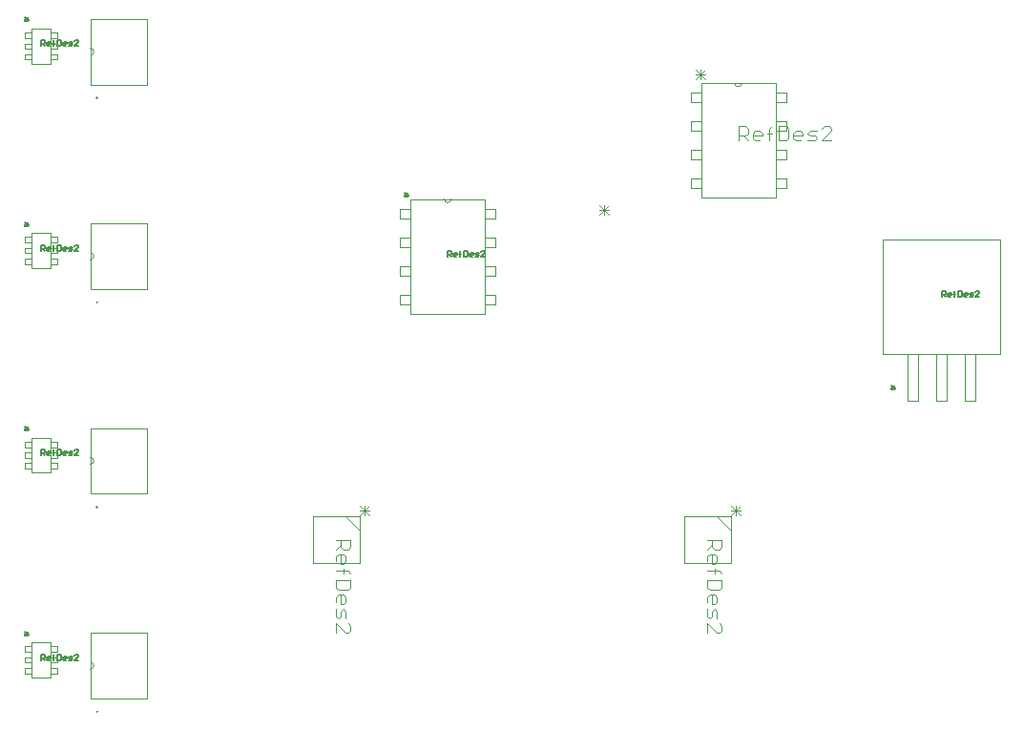
<source format=gm1>
G04 Layer_Color=16711935*
%FSLAX25Y25*%
%MOIN*%
G70*
G01*
G75*
%ADD41C,0.00500*%
%ADD44C,0.00300*%
%ADD73C,0.00000*%
D41*
X57900Y262456D02*
X59233Y261123D01*
X57900D02*
X59233Y262456D01*
X57900Y261790D02*
X59233D01*
X58566Y261123D02*
Y262456D01*
X63500Y252500D02*
Y254499D01*
X64500D01*
X64833Y254166D01*
Y253500D01*
X64500Y253166D01*
X63500D01*
X64166D02*
X64833Y252500D01*
X66499D02*
X65833D01*
X65499Y252833D01*
Y253500D01*
X65833Y253833D01*
X66499D01*
X66832Y253500D01*
Y253166D01*
X65499D01*
X67832Y252500D02*
Y254166D01*
Y253500D01*
X67499D01*
X68165D01*
X67832D01*
Y254166D01*
X68165Y254499D01*
X69165D02*
Y252500D01*
X70165D01*
X70498Y252833D01*
Y254166D01*
X70165Y254499D01*
X69165D01*
X72164Y252500D02*
X71497D01*
X71164Y252833D01*
Y253500D01*
X71497Y253833D01*
X72164D01*
X72497Y253500D01*
Y253166D01*
X71164D01*
X73163Y252500D02*
X74163D01*
X74496Y252833D01*
X74163Y253166D01*
X73497D01*
X73163Y253500D01*
X73497Y253833D01*
X74496D01*
X76496Y252500D02*
X75163D01*
X76496Y253833D01*
Y254166D01*
X76163Y254499D01*
X75496D01*
X75163Y254166D01*
X360500Y134066D02*
X361833Y132733D01*
X360500D02*
X361833Y134066D01*
X360500Y133400D02*
X361833D01*
X361166Y132733D02*
Y134066D01*
X378000Y165000D02*
Y166999D01*
X379000D01*
X379333Y166666D01*
Y166000D01*
X379000Y165666D01*
X378000D01*
X378666D02*
X379333Y165000D01*
X380999D02*
X380333D01*
X379999Y165333D01*
Y166000D01*
X380333Y166333D01*
X380999D01*
X381332Y166000D01*
Y165666D01*
X379999D01*
X382332Y165000D02*
Y166666D01*
Y166000D01*
X381999D01*
X382665D01*
X382332D01*
Y166666D01*
X382665Y166999D01*
X383665D02*
Y165000D01*
X384665D01*
X384998Y165333D01*
Y166666D01*
X384665Y166999D01*
X383665D01*
X386664Y165000D02*
X385997D01*
X385664Y165333D01*
Y166000D01*
X385997Y166333D01*
X386664D01*
X386997Y166000D01*
Y165666D01*
X385664D01*
X387664Y165000D02*
X388663D01*
X388996Y165333D01*
X388663Y165666D01*
X387997D01*
X387664Y166000D01*
X387997Y166333D01*
X388996D01*
X390996Y165000D02*
X389663D01*
X390996Y166333D01*
Y166666D01*
X390663Y166999D01*
X389996D01*
X389663Y166666D01*
X190500Y201366D02*
X191833Y200033D01*
X190500D02*
X191833Y201366D01*
X190500Y200700D02*
X191833D01*
X191166Y200033D02*
Y201366D01*
X205500Y179000D02*
Y180999D01*
X206500D01*
X206833Y180666D01*
Y180000D01*
X206500Y179666D01*
X205500D01*
X206166D02*
X206833Y179000D01*
X208499D02*
X207833D01*
X207499Y179333D01*
Y180000D01*
X207833Y180333D01*
X208499D01*
X208832Y180000D01*
Y179666D01*
X207499D01*
X209832Y179000D02*
Y180666D01*
Y180000D01*
X209499D01*
X210165D01*
X209832D01*
Y180666D01*
X210165Y180999D01*
X211165D02*
Y179000D01*
X212164D01*
X212498Y179333D01*
Y180666D01*
X212164Y180999D01*
X211165D01*
X214164Y179000D02*
X213497D01*
X213164Y179333D01*
Y180000D01*
X213497Y180333D01*
X214164D01*
X214497Y180000D01*
Y179666D01*
X213164D01*
X215163Y179000D02*
X216163D01*
X216496Y179333D01*
X216163Y179666D01*
X215497D01*
X215163Y180000D01*
X215497Y180333D01*
X216496D01*
X218496Y179000D02*
X217163D01*
X218496Y180333D01*
Y180666D01*
X218163Y180999D01*
X217496D01*
X217163Y180666D01*
X57900Y191065D02*
X59233Y189732D01*
X57900D02*
X59233Y191065D01*
X57900Y190398D02*
X59233D01*
X58566Y189732D02*
Y191065D01*
X63500Y181108D02*
Y183107D01*
X64500D01*
X64833Y182774D01*
Y182108D01*
X64500Y181775D01*
X63500D01*
X64166D02*
X64833Y181108D01*
X66499D02*
X65833D01*
X65499Y181441D01*
Y182108D01*
X65833Y182441D01*
X66499D01*
X66832Y182108D01*
Y181775D01*
X65499D01*
X67832Y181108D02*
Y182774D01*
Y182108D01*
X67499D01*
X68165D01*
X67832D01*
Y182774D01*
X68165Y183107D01*
X69165D02*
Y181108D01*
X70165D01*
X70498Y181441D01*
Y182774D01*
X70165Y183107D01*
X69165D01*
X72164Y181108D02*
X71497D01*
X71164Y181441D01*
Y182108D01*
X71497Y182441D01*
X72164D01*
X72497Y182108D01*
Y181775D01*
X71164D01*
X73163Y181108D02*
X74163D01*
X74496Y181441D01*
X74163Y181775D01*
X73497D01*
X73163Y182108D01*
X73497Y182441D01*
X74496D01*
X76496Y181108D02*
X75163D01*
X76496Y182441D01*
Y182774D01*
X76163Y183107D01*
X75496D01*
X75163Y182774D01*
X57900Y119564D02*
X59233Y118231D01*
X57900D02*
X59233Y119564D01*
X57900Y118898D02*
X59233D01*
X58566Y118231D02*
Y119564D01*
X63500Y109608D02*
Y111608D01*
X64500D01*
X64833Y111274D01*
Y110608D01*
X64500Y110275D01*
X63500D01*
X64166D02*
X64833Y109608D01*
X66499D02*
X65833D01*
X65499Y109941D01*
Y110608D01*
X65833Y110941D01*
X66499D01*
X66832Y110608D01*
Y110275D01*
X65499D01*
X67832Y109608D02*
Y111274D01*
Y110608D01*
X67499D01*
X68165D01*
X67832D01*
Y111274D01*
X68165Y111608D01*
X69165D02*
Y109608D01*
X70165D01*
X70498Y109941D01*
Y111274D01*
X70165Y111608D01*
X69165D01*
X72164Y109608D02*
X71497D01*
X71164Y109941D01*
Y110608D01*
X71497Y110941D01*
X72164D01*
X72497Y110608D01*
Y110275D01*
X71164D01*
X73163Y109608D02*
X74163D01*
X74496Y109941D01*
X74163Y110275D01*
X73497D01*
X73163Y110608D01*
X73497Y110941D01*
X74496D01*
X76496Y109608D02*
X75163D01*
X76496Y110941D01*
Y111274D01*
X76163Y111608D01*
X75496D01*
X75163Y111274D01*
X57900Y48064D02*
X59233Y46731D01*
X57900D02*
X59233Y48064D01*
X57900Y47398D02*
X59233D01*
X58566Y46731D02*
Y48064D01*
X63500Y38108D02*
Y40108D01*
X64500D01*
X64833Y39774D01*
Y39108D01*
X64500Y38775D01*
X63500D01*
X64166D02*
X64833Y38108D01*
X66499D02*
X65833D01*
X65499Y38441D01*
Y39108D01*
X65833Y39441D01*
X66499D01*
X66832Y39108D01*
Y38775D01*
X65499D01*
X67832Y38108D02*
Y39774D01*
Y39108D01*
X67499D01*
X68165D01*
X67832D01*
Y39774D01*
X68165Y40108D01*
X69165D02*
Y38108D01*
X70165D01*
X70498Y38441D01*
Y39774D01*
X70165Y40108D01*
X69165D01*
X72164Y38108D02*
X71497D01*
X71164Y38441D01*
Y39108D01*
X71497Y39441D01*
X72164D01*
X72497Y39108D01*
Y38775D01*
X71164D01*
X73163Y38108D02*
X74163D01*
X74496Y38441D01*
X74163Y38775D01*
X73497D01*
X73163Y39108D01*
X73497Y39441D01*
X74496D01*
X76496Y38108D02*
X75163D01*
X76496Y39441D01*
Y39774D01*
X76163Y40108D01*
X75496D01*
X75163Y39774D01*
D44*
X296276Y79984D02*
X301274D01*
Y77485D01*
X300441Y76652D01*
X298775D01*
X297942Y77485D01*
Y79984D01*
Y78318D02*
X296276Y76652D01*
Y72487D02*
Y74153D01*
X297109Y74986D01*
X298775D01*
X299608Y74153D01*
Y72487D01*
X298775Y71654D01*
X297942D01*
Y74986D01*
X296276Y69155D02*
X300441D01*
X298775D01*
Y69988D01*
Y68322D01*
Y69155D01*
X300441D01*
X301274Y68322D01*
Y65822D02*
X296276D01*
Y63323D01*
X297109Y62490D01*
X300441D01*
X301274Y63323D01*
Y65822D01*
X296276Y58325D02*
Y59991D01*
X297109Y60824D01*
X298775D01*
X299608Y59991D01*
Y58325D01*
X298775Y57492D01*
X297942D01*
Y60824D01*
X296276Y55826D02*
Y53326D01*
X297109Y52493D01*
X297942Y53326D01*
Y54993D01*
X298775Y55826D01*
X299608Y54993D01*
Y52493D01*
X296276Y47495D02*
Y50827D01*
X299608Y47495D01*
X300441D01*
X301274Y48328D01*
Y49994D01*
X300441Y50827D01*
X307846Y91933D02*
X304514Y88601D01*
Y91933D02*
X307846Y88601D01*
X306180Y91933D02*
Y88601D01*
X304514Y90267D02*
X307846D01*
X166500Y80000D02*
X171498D01*
Y77501D01*
X170665Y76668D01*
X168999D01*
X168166Y77501D01*
Y80000D01*
Y78334D02*
X166500Y76668D01*
Y72502D02*
Y74169D01*
X167333Y75002D01*
X168999D01*
X169832Y74169D01*
Y72502D01*
X168999Y71669D01*
X168166D01*
Y75002D01*
X166500Y69170D02*
X170665D01*
X168999D01*
Y70003D01*
Y68337D01*
Y69170D01*
X170665D01*
X171498Y68337D01*
Y65838D02*
X166500D01*
Y63339D01*
X167333Y62506D01*
X170665D01*
X171498Y63339D01*
Y65838D01*
X166500Y58340D02*
Y60006D01*
X167333Y60839D01*
X168999D01*
X169832Y60006D01*
Y58340D01*
X168999Y57507D01*
X168166D01*
Y60839D01*
X166500Y55841D02*
Y53342D01*
X167333Y52509D01*
X168166Y53342D01*
Y55008D01*
X168999Y55841D01*
X169832Y55008D01*
Y52509D01*
X166500Y47510D02*
Y50843D01*
X169832Y47510D01*
X170665D01*
X171498Y48344D01*
Y50010D01*
X170665Y50843D01*
X178071Y91949D02*
X174739Y88617D01*
Y91949D02*
X178071Y88617D01*
X176405Y91949D02*
Y88617D01*
X174739Y90283D02*
X178071D01*
X292000Y244365D02*
X295332Y241033D01*
X292000D02*
X295332Y244365D01*
X292000Y242699D02*
X295332D01*
X293666Y241033D02*
Y244365D01*
X307000Y219500D02*
Y224498D01*
X309499D01*
X310332Y223665D01*
Y221999D01*
X309499Y221166D01*
X307000D01*
X308666D02*
X310332Y219500D01*
X314498D02*
X312831D01*
X311998Y220333D01*
Y221999D01*
X312831Y222832D01*
X314498D01*
X315331Y221999D01*
Y221166D01*
X311998D01*
X317830Y219500D02*
Y223665D01*
Y221999D01*
X316997D01*
X318663D01*
X317830D01*
Y223665D01*
X318663Y224498D01*
X321162D02*
Y219500D01*
X323661D01*
X324494Y220333D01*
Y223665D01*
X323661Y224498D01*
X321162D01*
X328660Y219500D02*
X326993D01*
X326161Y220333D01*
Y221999D01*
X326993Y222832D01*
X328660D01*
X329493Y221999D01*
Y221166D01*
X326161D01*
X331159Y219500D02*
X333658D01*
X334491Y220333D01*
X333658Y221166D01*
X331992D01*
X331159Y221999D01*
X331992Y222832D01*
X334491D01*
X339490Y219500D02*
X336157D01*
X339490Y222832D01*
Y223665D01*
X338656Y224498D01*
X336990D01*
X336157Y223665D01*
X261854Y193658D02*
X258522Y196990D01*
X261854D02*
X258522Y193658D01*
X261854Y195324D02*
X258522D01*
X260188Y196990D02*
Y193658D01*
D73*
X204300Y199000D02*
G03*
X206700Y199000I1200J0D01*
G01*
X80658Y249300D02*
G03*
X80658Y251700I0J1200D01*
G01*
X83300Y234392D02*
G03*
X83300Y234392I-300J0D01*
G01*
X80658Y177908D02*
G03*
X80658Y180308I0J1200D01*
G01*
X83300Y163000D02*
G03*
X83300Y163000I-300J0D01*
G01*
X80658Y106408D02*
G03*
X80658Y108808I0J1200D01*
G01*
X83300Y91500D02*
G03*
X83300Y91500I-300J0D01*
G01*
X80658Y34908D02*
G03*
X80658Y37308I0J1200D01*
G01*
X83300Y20000D02*
G03*
X83300Y20000I-300J0D01*
G01*
X305800Y239500D02*
G03*
X308200Y239500I1200J0D01*
G01*
X60050Y255290D02*
Y257190D01*
X57900D02*
X60050D01*
X57900Y255290D02*
Y257190D01*
Y255290D02*
X60050D01*
Y251550D02*
Y253450D01*
X57900D02*
X60050D01*
X57900Y251550D02*
Y253450D01*
Y251550D02*
X60050D01*
Y247810D02*
Y249710D01*
X57900D02*
X60050D01*
X57900Y247810D02*
Y249710D01*
Y247810D02*
X60050D01*
X66950D02*
Y249710D01*
Y247810D02*
X69100D01*
Y249710D01*
X66950D02*
X69100D01*
X66950Y251550D02*
Y253450D01*
Y251550D02*
X69100D01*
Y253450D01*
X66950D02*
X69100D01*
X66950Y255290D02*
Y257190D01*
Y255290D02*
X69100D01*
Y257190D01*
X66950D02*
X69100D01*
X60050Y246450D02*
X66950D01*
Y258550D01*
X60050D02*
X66950D01*
X60050Y246450D02*
Y258550D01*
X366100Y145000D02*
X369900D01*
X366100Y128500D02*
Y145000D01*
Y128500D02*
X369900D01*
Y145000D01*
X376100D02*
X379900D01*
X376100Y128500D02*
Y145000D01*
Y128500D02*
X379900D01*
Y145000D01*
X386100D02*
X389900D01*
X386100Y128500D02*
Y145000D01*
Y128500D02*
X389900D01*
Y145000D01*
X357500D02*
X398500D01*
Y185000D01*
X357500D02*
X398500D01*
X357500Y145000D02*
Y185000D01*
X192500Y192300D02*
Y195700D01*
X188800D02*
X192500D01*
X188800Y192300D02*
Y195700D01*
Y192300D02*
X192500D01*
Y182300D02*
Y185700D01*
X188800D02*
X192500D01*
X188800Y182300D02*
Y185700D01*
Y182300D02*
X192500D01*
Y172300D02*
Y175700D01*
X188800D02*
X192500D01*
X188800Y172300D02*
Y175700D01*
Y172300D02*
X192500D01*
Y162300D02*
Y165700D01*
X188800D02*
X192500D01*
X188800Y162300D02*
Y165700D01*
Y162300D02*
X192500D01*
X218500D02*
Y165700D01*
Y162300D02*
X222200D01*
Y165700D01*
X218500D02*
X222200D01*
X218500Y172300D02*
Y175700D01*
Y172300D02*
X222200D01*
Y175700D01*
X218500D02*
X222200D01*
X218500Y182300D02*
Y185700D01*
Y182300D02*
X222200D01*
Y185700D01*
X218500D02*
X222200D01*
X218500Y192300D02*
Y195700D01*
Y192300D02*
X222200D01*
Y195700D01*
X218500D02*
X222200D01*
X192500Y159000D02*
X218500D01*
Y199000D01*
X192500D02*
X218500D01*
X192500Y159000D02*
Y199000D01*
X288106Y88154D02*
X304445D01*
Y71815D02*
Y88154D01*
X288106Y71815D02*
X304445D01*
X288106D02*
Y88154D01*
X300606Y71815D02*
X301787D01*
X300606D02*
X301787D01*
X298638D02*
X299819D01*
X298638D02*
X299819D01*
X296669D02*
X297850D01*
X296669D02*
X297850D01*
X294701D02*
X295882D01*
X294701D02*
X295882D01*
X292732D02*
X293913D01*
X292732D02*
X293913D01*
X290764D02*
X291945D01*
X290764D02*
X291945D01*
X288106Y74473D02*
Y75654D01*
Y74473D02*
Y75654D01*
Y76441D02*
Y77622D01*
Y76441D02*
Y77622D01*
Y78410D02*
Y79591D01*
Y78410D02*
Y79591D01*
Y80378D02*
Y81559D01*
Y80378D02*
Y81559D01*
Y82347D02*
Y83528D01*
Y82347D02*
Y83528D01*
Y84315D02*
Y85496D01*
Y84315D02*
Y85496D01*
X290764Y88154D02*
X291945D01*
X290764D02*
X291945D01*
X292732D02*
X293913D01*
X292732D02*
X293913D01*
X294701D02*
X295882D01*
X294701D02*
X295882D01*
X296669D02*
X297850D01*
X296669D02*
X297850D01*
X298638D02*
X299819D01*
X298638D02*
X299819D01*
X300606D02*
X301787D01*
X300606D02*
X301787D01*
X304445Y84315D02*
Y85496D01*
Y84315D02*
Y85496D01*
Y82347D02*
Y83528D01*
Y82347D02*
Y83528D01*
Y80378D02*
Y81559D01*
Y80378D02*
Y81559D01*
Y78410D02*
Y79591D01*
Y78410D02*
Y79591D01*
Y76441D02*
Y77622D01*
Y76441D02*
Y77622D01*
Y74473D02*
Y75654D01*
Y74473D02*
Y75654D01*
X299445Y88154D02*
X304445Y83154D01*
X158331Y88169D02*
X174669D01*
Y71831D02*
Y88169D01*
X158331Y71831D02*
X174669D01*
X158331D02*
Y88169D01*
X170831Y71831D02*
X172012D01*
X170831D02*
X172012D01*
X168862D02*
X170043D01*
X168862D02*
X170043D01*
X166894D02*
X168075D01*
X166894D02*
X168075D01*
X164925D02*
X166106D01*
X164925D02*
X166106D01*
X162957D02*
X164138D01*
X162957D02*
X164138D01*
X160988D02*
X162169D01*
X160988D02*
X162169D01*
X158331Y74488D02*
Y75669D01*
Y74488D02*
Y75669D01*
Y76457D02*
Y77638D01*
Y76457D02*
Y77638D01*
Y78425D02*
Y79606D01*
Y78425D02*
Y79606D01*
Y80394D02*
Y81575D01*
Y80394D02*
Y81575D01*
Y82362D02*
Y83543D01*
Y82362D02*
Y83543D01*
Y84331D02*
Y85512D01*
Y84331D02*
Y85512D01*
X160988Y88169D02*
X162169D01*
X160988D02*
X162169D01*
X162957D02*
X164138D01*
X162957D02*
X164138D01*
X164925D02*
X166106D01*
X164925D02*
X166106D01*
X166894D02*
X168075D01*
X166894D02*
X168075D01*
X168862D02*
X170043D01*
X168862D02*
X170043D01*
X170831D02*
X172012D01*
X170831D02*
X172012D01*
X174669Y84331D02*
Y85512D01*
Y84331D02*
Y85512D01*
Y82362D02*
Y83543D01*
Y82362D02*
Y83543D01*
Y80394D02*
Y81575D01*
Y80394D02*
Y81575D01*
Y78425D02*
Y79606D01*
Y78425D02*
Y79606D01*
Y76457D02*
Y77638D01*
Y76457D02*
Y77638D01*
Y74488D02*
Y75669D01*
Y74488D02*
Y75669D01*
X169669Y88169D02*
X174669Y83169D01*
X60050Y183898D02*
Y185798D01*
X57900D02*
X60050D01*
X57900Y183898D02*
Y185798D01*
Y183898D02*
X60050D01*
Y180158D02*
Y182058D01*
X57900D02*
X60050D01*
X57900Y180158D02*
Y182058D01*
Y180158D02*
X60050D01*
Y176418D02*
Y178318D01*
X57900D02*
X60050D01*
X57900Y176418D02*
Y178318D01*
Y176418D02*
X60050D01*
X66950D02*
Y178318D01*
Y176418D02*
X69100D01*
Y178318D01*
X66950D02*
X69100D01*
X66950Y180158D02*
Y182058D01*
Y180158D02*
X69100D01*
Y182058D01*
X66950D02*
X69100D01*
X66950Y183898D02*
Y185798D01*
Y183898D02*
X69100D01*
Y185798D01*
X66950D02*
X69100D01*
X60050Y175058D02*
X66950D01*
Y187158D01*
X60050D02*
X66950D01*
X60050Y175058D02*
Y187158D01*
Y112398D02*
Y114298D01*
X57900D02*
X60050D01*
X57900Y112398D02*
Y114298D01*
Y112398D02*
X60050D01*
Y108658D02*
Y110558D01*
X57900D02*
X60050D01*
X57900Y108658D02*
Y110558D01*
Y108658D02*
X60050D01*
Y104918D02*
Y106818D01*
X57900D02*
X60050D01*
X57900Y104918D02*
Y106818D01*
Y104918D02*
X60050D01*
X66950D02*
Y106818D01*
Y104918D02*
X69100D01*
Y106818D01*
X66950D02*
X69100D01*
X66950Y108658D02*
Y110558D01*
Y108658D02*
X69100D01*
Y110558D01*
X66950D02*
X69100D01*
X66950Y112398D02*
Y114298D01*
Y112398D02*
X69100D01*
Y114298D01*
X66950D02*
X69100D01*
X60050Y103558D02*
X66950D01*
Y115658D01*
X60050D02*
X66950D01*
X60050Y103558D02*
Y115658D01*
Y40898D02*
Y42798D01*
X57900D02*
X60050D01*
X57900Y40898D02*
Y42798D01*
Y40898D02*
X60050D01*
Y37158D02*
Y39058D01*
X57900D02*
X60050D01*
X57900Y37158D02*
Y39058D01*
Y37158D02*
X60050D01*
Y33418D02*
Y35318D01*
X57900D02*
X60050D01*
X57900Y33418D02*
Y35318D01*
Y33418D02*
X60050D01*
X66950D02*
Y35318D01*
Y33418D02*
X69100D01*
Y35318D01*
X66950D02*
X69100D01*
X66950Y37158D02*
Y39058D01*
Y37158D02*
X69100D01*
Y39058D01*
X66950D02*
X69100D01*
X66950Y40898D02*
Y42798D01*
Y40898D02*
X69100D01*
Y42798D01*
X66950D02*
X69100D01*
X60050Y32058D02*
X66950D01*
Y44158D01*
X60050D02*
X66950D01*
X60050Y32058D02*
Y44158D01*
X80658Y239083D02*
X100343D01*
X80658D02*
Y261917D01*
X100343D01*
Y239083D02*
Y261917D01*
X80658Y167691D02*
X100343D01*
X80658D02*
Y190525D01*
X100343D01*
Y167691D02*
Y190525D01*
X80658Y96191D02*
X100343D01*
X80658D02*
Y119026D01*
X100343D01*
Y96191D02*
Y119026D01*
X80658Y24691D02*
X100343D01*
X80658D02*
Y47526D01*
X100343D01*
Y24691D02*
Y47526D01*
X294000Y232800D02*
Y236200D01*
X290300D02*
X294000D01*
X290300Y232800D02*
Y236200D01*
Y232800D02*
X294000D01*
Y222800D02*
Y226200D01*
X290300D02*
X294000D01*
X290300Y222800D02*
Y226200D01*
Y222800D02*
X294000D01*
Y212800D02*
Y216200D01*
X290300D02*
X294000D01*
X290300Y212800D02*
Y216200D01*
Y212800D02*
X294000D01*
Y202800D02*
Y206200D01*
X290300D02*
X294000D01*
X290300Y202800D02*
Y206200D01*
Y202800D02*
X294000D01*
X320000D02*
Y206200D01*
Y202800D02*
X323700D01*
Y206200D01*
X320000D02*
X323700D01*
X320000Y212800D02*
Y216200D01*
Y212800D02*
X323700D01*
Y216200D01*
X320000D02*
X323700D01*
X320000Y222800D02*
Y226200D01*
Y222800D02*
X323700D01*
Y226200D01*
X320000D02*
X323700D01*
X320000Y232800D02*
Y236200D01*
Y232800D02*
X323700D01*
Y236200D01*
X320000D02*
X323700D01*
X294000Y199500D02*
X320000D01*
Y239500D01*
X294000D02*
X320000D01*
X294000Y199500D02*
Y239500D01*
M02*

</source>
